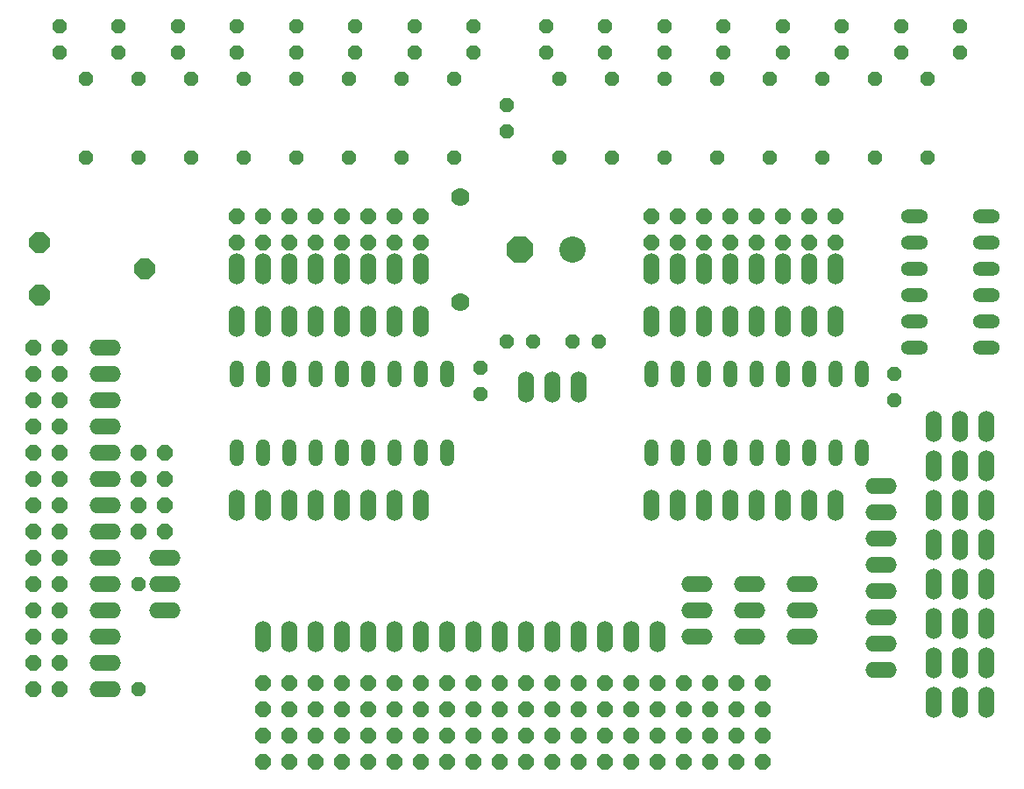
<source format=gbr>
G75*
G70*
%OFA0B0*%
%FSLAX24Y24*%
%IPPOS*%
%LPD*%
%AMOC8*
5,1,8,0,0,1.08239X$1,22.5*
%
%ADD10OC8,0.0600*%
%ADD11O,0.0600X0.1200*%
%ADD12OC8,0.0520*%
%ADD13O,0.0520X0.1040*%
%ADD14C,0.0700*%
%ADD15O,0.1200X0.0600*%
%ADD16OC8,0.0780*%
%ADD17C,0.1000*%
%ADD18OC8,0.1000*%
%ADD19O,0.1040X0.0520*%
D10*
X004090Y006838D03*
X005090Y006838D03*
X005090Y007838D03*
X004090Y007838D03*
X004090Y008838D03*
X005090Y008838D03*
X005090Y009838D03*
X004090Y009838D03*
X004090Y010838D03*
X005090Y010838D03*
X005090Y011838D03*
X004090Y011838D03*
X004090Y012838D03*
X005090Y012838D03*
X005090Y013838D03*
X004090Y013838D03*
X004090Y014838D03*
X005090Y014838D03*
X005090Y015838D03*
X004090Y015838D03*
X004090Y016838D03*
X005090Y016838D03*
X005090Y017838D03*
X004090Y017838D03*
X004090Y018838D03*
X005090Y018838D03*
X005090Y019838D03*
X004090Y019838D03*
X008090Y015838D03*
X008090Y014838D03*
X008090Y013838D03*
X008090Y012838D03*
X009090Y012838D03*
X009090Y013838D03*
X009090Y014838D03*
X009090Y015838D03*
X011840Y023838D03*
X012840Y023838D03*
X012840Y024838D03*
X011840Y024838D03*
X013840Y024838D03*
X013840Y023838D03*
X014840Y023838D03*
X015840Y023838D03*
X015840Y024838D03*
X014840Y024838D03*
X016840Y024838D03*
X016840Y023838D03*
X017840Y023838D03*
X018840Y023838D03*
X018840Y024838D03*
X017840Y024838D03*
X027590Y024838D03*
X027590Y023838D03*
X028590Y023838D03*
X028590Y024838D03*
X029590Y024838D03*
X029590Y023838D03*
X030590Y023838D03*
X031590Y023838D03*
X031590Y024838D03*
X030590Y024838D03*
X032590Y024838D03*
X032590Y023838D03*
X033590Y023838D03*
X034590Y023838D03*
X034590Y024838D03*
X033590Y024838D03*
X031840Y007088D03*
X031840Y006088D03*
X031840Y005088D03*
X031840Y004088D03*
X030840Y004088D03*
X029840Y004088D03*
X028840Y004088D03*
X027840Y004088D03*
X026840Y004088D03*
X025840Y004088D03*
X024840Y004088D03*
X023840Y004088D03*
X022840Y004088D03*
X021840Y004088D03*
X020840Y004088D03*
X019840Y004088D03*
X018840Y004088D03*
X017840Y004088D03*
X016840Y004088D03*
X015840Y004088D03*
X014840Y004088D03*
X013840Y004088D03*
X012840Y004088D03*
X012840Y005088D03*
X013840Y005088D03*
X014840Y005088D03*
X015840Y005088D03*
X016840Y005088D03*
X017840Y005088D03*
X018840Y005088D03*
X019840Y005088D03*
X020840Y005088D03*
X021840Y005088D03*
X022840Y005088D03*
X023840Y005088D03*
X024840Y005088D03*
X025840Y005088D03*
X026840Y005088D03*
X027840Y005088D03*
X028840Y005088D03*
X029840Y005088D03*
X030840Y005088D03*
X030840Y006088D03*
X029840Y006088D03*
X028840Y006088D03*
X027840Y006088D03*
X026840Y006088D03*
X025840Y006088D03*
X024840Y006088D03*
X023840Y006088D03*
X022840Y006088D03*
X021840Y006088D03*
X020840Y006088D03*
X019840Y006088D03*
X018840Y006088D03*
X017840Y006088D03*
X016840Y006088D03*
X015840Y006088D03*
X014840Y006088D03*
X013840Y006088D03*
X012840Y006088D03*
X012840Y007088D03*
X013840Y007088D03*
X014840Y007088D03*
X015840Y007088D03*
X016840Y007088D03*
X017840Y007088D03*
X018840Y007088D03*
X019840Y007088D03*
X020840Y007088D03*
X021840Y007088D03*
X022840Y007088D03*
X023840Y007088D03*
X024840Y007088D03*
X025840Y007088D03*
X026840Y007088D03*
X027840Y007088D03*
X028840Y007088D03*
X029840Y007088D03*
X030840Y007088D03*
D11*
X027840Y008838D03*
X026840Y008838D03*
X025840Y008838D03*
X024840Y008838D03*
X023840Y008838D03*
X022840Y008838D03*
X021840Y008838D03*
X020840Y008838D03*
X019840Y008838D03*
X018840Y008838D03*
X017840Y008838D03*
X016840Y008838D03*
X015840Y008838D03*
X014840Y008838D03*
X013840Y008838D03*
X012840Y008838D03*
X012840Y013838D03*
X011840Y013838D03*
X013840Y013838D03*
X014840Y013838D03*
X015840Y013838D03*
X016840Y013838D03*
X017840Y013838D03*
X018840Y013838D03*
X022840Y018338D03*
X023840Y018338D03*
X024840Y018338D03*
X027590Y020838D03*
X028590Y020838D03*
X029590Y020838D03*
X030590Y020838D03*
X031590Y020838D03*
X032590Y020838D03*
X033590Y020838D03*
X034590Y020838D03*
X034590Y022838D03*
X033590Y022838D03*
X032590Y022838D03*
X031590Y022838D03*
X030590Y022838D03*
X029590Y022838D03*
X028590Y022838D03*
X027590Y022838D03*
X018840Y022838D03*
X017840Y022838D03*
X016840Y022838D03*
X015840Y022838D03*
X014840Y022838D03*
X013840Y022838D03*
X012840Y022838D03*
X011840Y022838D03*
X011840Y020838D03*
X012840Y020838D03*
X013840Y020838D03*
X014840Y020838D03*
X015840Y020838D03*
X016840Y020838D03*
X017840Y020838D03*
X018840Y020838D03*
X027590Y013838D03*
X028590Y013838D03*
X029590Y013838D03*
X030590Y013838D03*
X031590Y013838D03*
X032590Y013838D03*
X033590Y013838D03*
X034590Y013838D03*
X038340Y013838D03*
X039340Y013838D03*
X040340Y013838D03*
X040340Y015338D03*
X039340Y015338D03*
X038340Y015338D03*
X038340Y016838D03*
X039340Y016838D03*
X040340Y016838D03*
X040340Y012338D03*
X039340Y012338D03*
X038340Y012338D03*
X038340Y010838D03*
X039340Y010838D03*
X040340Y010838D03*
X040340Y009338D03*
X039340Y009338D03*
X038340Y009338D03*
X038340Y007838D03*
X039340Y007838D03*
X040340Y007838D03*
X040340Y006338D03*
X039340Y006338D03*
X038340Y006338D03*
D12*
X036840Y017838D03*
X036840Y018838D03*
X036090Y027088D03*
X038090Y027088D03*
X038090Y030088D03*
X037090Y031088D03*
X037090Y032088D03*
X036090Y030088D03*
X034840Y031088D03*
X034840Y032088D03*
X034090Y030088D03*
X032590Y031088D03*
X032590Y032088D03*
X032090Y030088D03*
X030090Y030088D03*
X030340Y031088D03*
X030340Y032088D03*
X028090Y032088D03*
X028090Y031088D03*
X028090Y030088D03*
X026090Y030088D03*
X025840Y031088D03*
X025840Y032088D03*
X023590Y032088D03*
X023590Y031088D03*
X024090Y030088D03*
X022090Y029088D03*
X022090Y028088D03*
X020090Y027088D03*
X018090Y027088D03*
X016090Y027088D03*
X014090Y027088D03*
X012090Y027088D03*
X010090Y027088D03*
X008090Y027088D03*
X006090Y027088D03*
X006090Y030088D03*
X005090Y031088D03*
X005090Y032088D03*
X007340Y032088D03*
X007340Y031088D03*
X008090Y030088D03*
X009590Y031088D03*
X009590Y032088D03*
X010090Y030088D03*
X011840Y031088D03*
X011840Y032088D03*
X012090Y030088D03*
X014090Y030088D03*
X014090Y031088D03*
X014090Y032088D03*
X016090Y030088D03*
X016340Y031088D03*
X016340Y032088D03*
X018590Y032088D03*
X018590Y031088D03*
X018090Y030088D03*
X020090Y030088D03*
X020840Y031088D03*
X020840Y032088D03*
X024090Y027088D03*
X026090Y027088D03*
X028090Y027088D03*
X030090Y027088D03*
X032090Y027088D03*
X034090Y027088D03*
X039340Y031088D03*
X039340Y032088D03*
X025590Y020088D03*
X024590Y020088D03*
X023090Y020088D03*
X022090Y020088D03*
X021090Y019088D03*
X021090Y018088D03*
X008090Y010838D03*
X008090Y006838D03*
D13*
X011840Y015838D03*
X012840Y015838D03*
X013840Y015838D03*
X014840Y015838D03*
X015840Y015838D03*
X016840Y015838D03*
X017840Y015838D03*
X018840Y015838D03*
X019840Y015838D03*
X019840Y018838D03*
X018840Y018838D03*
X017840Y018838D03*
X016840Y018838D03*
X015840Y018838D03*
X014840Y018838D03*
X013840Y018838D03*
X012840Y018838D03*
X011840Y018838D03*
X027590Y018838D03*
X028590Y018838D03*
X029590Y018838D03*
X030590Y018838D03*
X031590Y018838D03*
X032590Y018838D03*
X033590Y018838D03*
X034590Y018838D03*
X035590Y018838D03*
X035590Y015838D03*
X034590Y015838D03*
X033590Y015838D03*
X032590Y015838D03*
X031590Y015838D03*
X030590Y015838D03*
X029590Y015838D03*
X028590Y015838D03*
X027590Y015838D03*
D14*
X020340Y021588D03*
X020340Y025588D03*
D15*
X006840Y019838D03*
X006840Y018838D03*
X006840Y017838D03*
X006840Y016838D03*
X006840Y015838D03*
X006840Y014838D03*
X006840Y013838D03*
X006840Y012838D03*
X006840Y011838D03*
X006840Y010838D03*
X006840Y009838D03*
X006840Y008838D03*
X006840Y007838D03*
X006840Y006838D03*
X009090Y009838D03*
X009090Y010838D03*
X009090Y011838D03*
X029340Y010838D03*
X029340Y009838D03*
X029340Y008838D03*
X031340Y008838D03*
X031340Y009838D03*
X031340Y010838D03*
X033340Y010838D03*
X033340Y009838D03*
X033340Y008838D03*
X036340Y008588D03*
X036340Y007588D03*
X036340Y009588D03*
X036340Y010588D03*
X036340Y011588D03*
X036340Y012588D03*
X036340Y013588D03*
X036340Y014588D03*
D16*
X008340Y022838D03*
X004340Y021838D03*
X004340Y023838D03*
D17*
X024590Y023588D03*
D18*
X022590Y023588D03*
D19*
X037590Y023838D03*
X037590Y024838D03*
X037590Y022838D03*
X037590Y021838D03*
X037590Y020838D03*
X037590Y019838D03*
X040340Y019838D03*
X040340Y020838D03*
X040340Y021838D03*
X040340Y022838D03*
X040340Y023838D03*
X040340Y024838D03*
M02*

</source>
